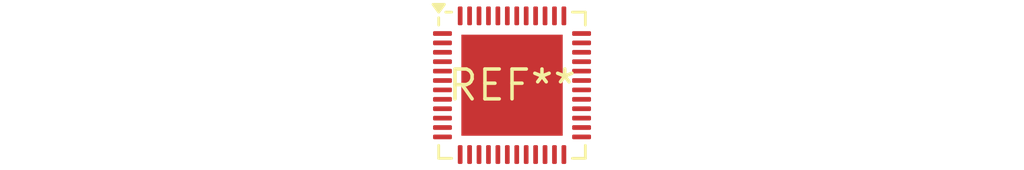
<source format=kicad_pcb>
(kicad_pcb (version 20240108) (generator pcbnew)
  (layers (0 "F.Cu" signal) (31 "B.Cu" signal) (34 "B.Paste" user) (35 "F.Paste" user) (36 "B.SilkS" user "B.Silkscreen") (37 "F.SilkS" user "F.Silkscreen") (38 "B.Mask" user) (39 "F.Mask" user) (44 "Edge.Cuts" user))
  (net 0 "")
  (footprint "QFN-48-1EP_6x6mm_P0.4mm_EP4.3x4.3mm" (layer "F.Cu") (at 0 0)
    (property "Reference" "REF**")
    (property "Value" "QFN-48-1EP_6x6mm_P0.4mm_EP4.3x4.3mm")
    (fp_line (start -3.11 -2.56) (end -3.11 -2.87) (layer "F.SilkS") (stroke (width 0.12)))
    (fp_line (start -3.11 3.11) (end -3.11 2.56) (layer "F.SilkS") (stroke (width 0.12)))
    (fp_line (start -2.56 -3.11) (end -2.81 -3.11) (layer "F.SilkS") (stroke (width 0.12)))
    (fp_line (start -2.56 3.11) (end -3.11 3.11) (layer "F.SilkS") (stroke (width 0.12)))
    (fp_line (start 2.56 -3.11) (end 3.11 -3.11) (layer "F.SilkS") (stroke (width 0.12)))
    (fp_line (start 2.56 3.11) (end 3.11 3.11) (layer "F.SilkS") (stroke (width 0.12)))
    (fp_line (start 3.11 -3.11) (end 3.11 -2.56) (layer "F.SilkS") (stroke (width 0.12)))
    (fp_line (start 3.11 3.11) (end 3.11 2.56) (layer "F.SilkS") (stroke (width 0.12)))
    (fp_poly (pts (xy -3.11 -3.11) (xy -3.35 -3.44) (xy -2.87 -3.44) (xy -3.11 -3.11)) (layer "F.SilkS") (stroke (width 0.12)) (fill solid))
    (pad "1" smd roundrect (at -2.95 -2.2) (size 0.8 0.2) (layers "F.Cu" "F.Paste" "F.Mask"))
    (pad "2" smd roundrect (at -2.95 -1.8) (size 0.8 0.2) (layers "F.Cu" "F.Paste" "F.Mask"))
    (pad "3" smd roundrect (at -2.95 -1.4) (size 0.8 0.2) (layers "F.Cu" "F.Paste" "F.Mask"))
    (pad "4" smd roundrect (at -2.95 -1) (size 0.8 0.2) (layers "F.Cu" "F.Paste" "F.Mask"))
    (pad "5" smd roundrect (at -2.95 -0.6) (size 0.8 0.2) (layers "F.Cu" "F.Paste" "F.Mask"))
    (pad "6" smd roundrect (at -2.95 -0.2) (size 0.8 0.2) (layers "F.Cu" "F.Paste" "F.Mask"))
    (pad "7" smd roundrect (at -2.95 0.2) (size 0.8 0.2) (layers "F.Cu" "F.Paste" "F.Mask"))
    (pad "8" smd roundrect (at -2.95 0.6) (size 0.8 0.2) (layers "F.Cu" "F.Paste" "F.Mask"))
    (pad "9" smd roundrect (at -2.95 1) (size 0.8 0.2) (layers "F.Cu" "F.Paste" "F.Mask"))
    (pad "10" smd roundrect (at -2.95 1.4) (size 0.8 0.2) (layers "F.Cu" "F.Paste" "F.Mask"))
    (pad "11" smd roundrect (at -2.95 1.8) (size 0.8 0.2) (layers "F.Cu" "F.Paste" "F.Mask"))
    (pad "12" smd roundrect (at -2.95 2.2) (size 0.8 0.2) (layers "F.Cu" "F.Paste" "F.Mask"))
    (pad "13" smd roundrect (at -2.2 2.95) (size 0.2 0.8) (layers "F.Cu" "F.Paste" "F.Mask"))
    (pad "14" smd roundrect (at -1.8 2.95) (size 0.2 0.8) (layers "F.Cu" "F.Paste" "F.Mask"))
    (pad "15" smd roundrect (at -1.4 2.95) (size 0.2 0.8) (layers "F.Cu" "F.Paste" "F.Mask"))
    (pad "16" smd roundrect (at -1 2.95) (size 0.2 0.8) (layers "F.Cu" "F.Paste" "F.Mask"))
    (pad "17" smd roundrect (at -0.6 2.95) (size 0.2 0.8) (layers "F.Cu" "F.Paste" "F.Mask"))
    (pad "18" smd roundrect (at -0.2 2.95) (size 0.2 0.8) (layers "F.Cu" "F.Paste" "F.Mask"))
    (pad "19" smd roundrect (at 0.2 2.95) (size 0.2 0.8) (layers "F.Cu" "F.Paste" "F.Mask"))
    (pad "20" smd roundrect (at 0.6 2.95) (size 0.2 0.8) (layers "F.Cu" "F.Paste" "F.Mask"))
    (pad "21" smd roundrect (at 1 2.95) (size 0.2 0.8) (layers "F.Cu" "F.Paste" "F.Mask"))
    (pad "22" smd roundrect (at 1.4 2.95) (size 0.2 0.8) (layers "F.Cu" "F.Paste" "F.Mask"))
    (pad "23" smd roundrect (at 1.8 2.95) (size 0.2 0.8) (layers "F.Cu" "F.Paste" "F.Mask"))
    (pad "24" smd roundrect (at 2.2 2.95) (size 0.2 0.8) (layers "F.Cu" "F.Paste" "F.Mask"))
    (pad "25" smd roundrect (at 2.95 2.2) (size 0.8 0.2) (layers "F.Cu" "F.Paste" "F.Mask"))
    (pad "26" smd roundrect (at 2.95 1.8) (size 0.8 0.2) (layers "F.Cu" "F.Paste" "F.Mask"))
    (pad "27" smd roundrect (at 2.95 1.4) (size 0.8 0.2) (layers "F.Cu" "F.Paste" "F.Mask"))
    (pad "28" smd roundrect (at 2.95 1) (size 0.8 0.2) (layers "F.Cu" "F.Paste" "F.Mask"))
    (pad "29" smd roundrect (at 2.95 0.6) (size 0.8 0.2) (layers "F.Cu" "F.Paste" "F.Mask"))
    (pad "30" smd roundrect (at 2.95 0.2) (size 0.8 0.2) (layers "F.Cu" "F.Paste" "F.Mask"))
    (pad "31" smd roundrect (at 2.95 -0.2) (size 0.8 0.2) (layers "F.Cu" "F.Paste" "F.Mask"))
    (pad "32" smd roundrect (at 2.95 -0.6) (size 0.8 0.2) (layers "F.Cu" "F.Paste" "F.Mask"))
    (pad "33" smd roundrect (at 2.95 -1) (size 0.8 0.2) (layers "F.Cu" "F.Paste" "F.Mask"))
    (pad "34" smd roundrect (at 2.95 -1.4) (size 0.8 0.2) (layers "F.Cu" "F.Paste" "F.Mask"))
    (pad "35" smd roundrect (at 2.95 -1.8) (size 0.8 0.2) (layers "F.Cu" "F.Paste" "F.Mask"))
    (pad "36" smd roundrect (at 2.95 -2.2) (size 0.8 0.2) (layers "F.Cu" "F.Paste" "F.Mask"))
    (pad "37" smd roundrect (at 2.2 -2.95) (size 0.2 0.8) (layers "F.Cu" "F.Paste" "F.Mask"))
    (pad "38" smd roundrect (at 1.8 -2.95) (size 0.2 0.8) (layers "F.Cu" "F.Paste" "F.Mask"))
    (pad "39" smd roundrect (at 1.4 -2.95) (size 0.2 0.8) (layers "F.Cu" "F.Paste" "F.Mask"))
    (pad "40" smd roundrect (at 1 -2.95) (size 0.2 0.8) (layers "F.Cu" "F.Paste" "F.Mask"))
    (pad "41" smd roundrect (at 0.6 -2.95) (size 0.2 0.8) (layers "F.Cu" "F.Paste" "F.Mask"))
    (pad "42" smd roundrect (at 0.2 -2.95) (size 0.2 0.8) (layers "F.Cu" "F.Paste" "F.Mask"))
    (pad "43" smd roundrect (at -0.2 -2.95) (size 0.2 0.8) (layers "F.Cu" "F.Paste" "F.Mask"))
    (pad "44" smd roundrect (at -0.6 -2.95) (size 0.2 0.8) (layers "F.Cu" "F.Paste" "F.Mask"))
    (pad "45" smd roundrect (at -1 -2.95) (size 0.2 0.8) (layers "F.Cu" "F.Paste" "F.Mask"))
    (pad "46" smd roundrect (at -1.4 -2.95) (size 0.2 0.8) (layers "F.Cu" "F.Paste" "F.Mask"))
    (pad "47" smd roundrect (at -1.8 -2.95) (size 0.2 0.8) (layers "F.Cu" "F.Paste" "F.Mask"))
    (pad "48" smd roundrect (at -2.2 -2.95) (size 0.2 0.8) (layers "F.Cu" "F.Paste" "F.Mask"))
    (pad "49" smd rect (at 0 0) (size 4.3 4.3) (property pad_prop_heatsink) (layers "F.Cu" "F.Mask"))
  )
)
</source>
